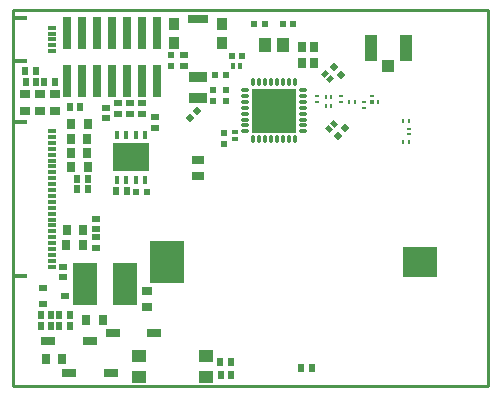
<source format=gtp>
G04*
G04 #@! TF.GenerationSoftware,Altium Limited,Altium Designer,23.6.0 (18)*
G04*
G04 Layer_Color=8421504*
%FSLAX43Y43*%
%MOMM*%
G71*
G04*
G04 #@! TF.SameCoordinates,1F856303-4855-4FAD-9779-59D88F79B900*
G04*
G04*
G04 #@! TF.FilePolarity,Positive*
G04*
G01*
G75*
%ADD10C,0.254*%
%ADD11R,2.000X3.600*%
%ADD12R,1.700X0.800*%
%ADD13R,0.900X1.000*%
%ADD14R,1.150X0.800*%
%ADD15R,0.300X0.280*%
%ADD16R,0.280X0.300*%
%ADD17R,0.300X0.300*%
%ADD18R,1.000X0.640*%
%ADD19R,0.510X0.700*%
%ADD20R,0.650X0.560*%
%ADD21R,1.550X0.850*%
%ADD22O,0.750X0.300*%
%ADD23O,0.300X0.750*%
%ADD24R,3.700X3.700*%
%ADD25R,0.305X0.660*%
%ADD26R,3.099X2.388*%
%ADD27R,0.750X0.850*%
%ADD28R,1.000X1.250*%
%ADD29R,0.740X2.790*%
%ADD30R,1.000X1.000*%
%ADD31R,1.100X2.200*%
%ADD32R,0.700X0.300*%
%ADD33R,1.000X0.300*%
%ADD34R,0.890X0.640*%
%ADD35R,0.560X0.510*%
%ADD36R,0.400X0.500*%
%ADD37R,3.000X3.600*%
%ADD38R,3.000X2.600*%
%ADD39R,1.200X1.000*%
%ADD40R,0.640X0.890*%
%ADD41R,0.510X0.560*%
%ADD42R,0.700X0.510*%
G04:AMPARAMS|DCode=43|XSize=0.56mm|YSize=0.51mm|CornerRadius=0mm|HoleSize=0mm|Usage=FLASHONLY|Rotation=135.000|XOffset=0mm|YOffset=0mm|HoleType=Round|Shape=Rectangle|*
%AMROTATEDRECTD43*
4,1,4,0.378,-0.018,0.018,-0.378,-0.378,0.018,-0.018,0.378,0.378,-0.018,0.0*
%
%ADD43ROTATEDRECTD43*%

G04:AMPARAMS|DCode=44|XSize=0.4mm|YSize=0.5mm|CornerRadius=0mm|HoleSize=0mm|Usage=FLASHONLY|Rotation=225.000|XOffset=0mm|YOffset=0mm|HoleType=Round|Shape=Rectangle|*
%AMROTATEDRECTD44*
4,1,4,-0.035,0.318,0.318,-0.035,0.035,-0.318,-0.318,0.035,-0.035,0.318,0.0*
%
%ADD44ROTATEDRECTD44*%

%ADD45R,0.500X0.400*%
G04:AMPARAMS|DCode=46|XSize=0.4mm|YSize=0.5mm|CornerRadius=0mm|HoleSize=0mm|Usage=FLASHONLY|Rotation=135.000|XOffset=0mm|YOffset=0mm|HoleType=Round|Shape=Rectangle|*
%AMROTATEDRECTD46*
4,1,4,0.318,0.035,-0.035,-0.318,-0.318,-0.035,0.035,0.318,0.318,0.035,0.0*
%
%ADD46ROTATEDRECTD46*%

G04:AMPARAMS|DCode=47|XSize=0.56mm|YSize=0.51mm|CornerRadius=0mm|HoleSize=0mm|Usage=FLASHONLY|Rotation=225.000|XOffset=0mm|YOffset=0mm|HoleType=Round|Shape=Rectangle|*
%AMROTATEDRECTD47*
4,1,4,0.018,0.378,0.378,0.018,-0.018,-0.378,-0.378,-0.018,0.018,0.378,0.0*
%
%ADD47ROTATEDRECTD47*%

G36*
X9860Y18261D02*
Y20449D01*
X8511D01*
Y18261D01*
X9860D01*
D02*
G37*
G36*
X11409D02*
Y20449D01*
X10060D01*
Y18261D01*
X11409D01*
D02*
G37*
D10*
X-0Y-4D02*
X40150D01*
X-0Y31796D02*
X40150D01*
Y-4D02*
Y31796D01*
X-0Y-4D02*
Y31796D01*
D11*
X9447Y8636D02*
D03*
X6047D02*
D03*
D12*
X15621Y31045D02*
D03*
D13*
X17671Y29045D02*
D03*
X13571D02*
D03*
Y30645D02*
D03*
X17671D02*
D03*
D14*
X6449Y3791D02*
D03*
X2949D02*
D03*
X8227Y1124D02*
D03*
X4727D02*
D03*
X11910Y4445D02*
D03*
X8410D02*
D03*
D15*
X30361Y24526D02*
D03*
X33520Y21776D02*
D03*
Y21306D02*
D03*
X29668Y23562D02*
D03*
Y24032D02*
D03*
X27699Y24085D02*
D03*
Y24555D02*
D03*
X25691Y24085D02*
D03*
Y24555D02*
D03*
D16*
X30830Y24056D02*
D03*
X26922Y24429D02*
D03*
X26452D02*
D03*
X33488Y22402D02*
D03*
X33018D02*
D03*
X33488Y20679D02*
D03*
X33018D02*
D03*
X26453Y23705D02*
D03*
X26923D02*
D03*
X28921Y24058D02*
D03*
X28451D02*
D03*
D17*
X30361Y24056D02*
D03*
D18*
X15600Y19150D02*
D03*
Y17750D02*
D03*
D19*
X1950Y25750D02*
D03*
X1050D02*
D03*
X3886Y5117D02*
D03*
X4786D02*
D03*
X17545Y927D02*
D03*
X18445D02*
D03*
X24350Y1550D02*
D03*
X25250D02*
D03*
X1900Y26700D02*
D03*
X1000D02*
D03*
X4776Y23620D02*
D03*
X5676D02*
D03*
X6292Y16637D02*
D03*
X5392D02*
D03*
X6292Y17526D02*
D03*
X5392D02*
D03*
X9608Y16499D02*
D03*
X8708D02*
D03*
X18379Y2032D02*
D03*
X17479D02*
D03*
X3200Y5100D02*
D03*
X2300D02*
D03*
X3200Y6000D02*
D03*
X2300D02*
D03*
X3891Y5983D02*
D03*
X4791D02*
D03*
X3521Y25735D02*
D03*
X2621D02*
D03*
D20*
X2536Y8264D02*
D03*
X4336Y7614D02*
D03*
X2536Y6964D02*
D03*
D21*
X15621Y26148D02*
D03*
X15621Y24398D02*
D03*
D22*
X24483Y23556D02*
D03*
X24483Y24556D02*
D03*
X19633Y21556D02*
D03*
X19633Y22056D02*
D03*
X19633Y22556D02*
D03*
X19633Y23056D02*
D03*
X19633Y23556D02*
D03*
X19633Y24056D02*
D03*
X19633Y24556D02*
D03*
X19633Y25056D02*
D03*
X24483Y25056D02*
D03*
Y24056D02*
D03*
X24483Y23056D02*
D03*
X24483Y22556D02*
D03*
X24483Y22056D02*
D03*
X24483Y21556D02*
D03*
D23*
X20308Y25731D02*
D03*
X20808Y20881D02*
D03*
X20808Y25731D02*
D03*
X21308D02*
D03*
X21808Y25731D02*
D03*
X22308Y25731D02*
D03*
X22808Y25731D02*
D03*
X23308Y25731D02*
D03*
X23808Y25731D02*
D03*
Y20881D02*
D03*
X23308Y20881D02*
D03*
X22808Y20881D02*
D03*
X22308D02*
D03*
X21808D02*
D03*
X21308D02*
D03*
X20308Y20881D02*
D03*
D24*
X22058Y23306D02*
D03*
D25*
X11160Y17437D02*
D03*
X10360D02*
D03*
X9560Y21272D02*
D03*
X11160D02*
D03*
X10360D02*
D03*
X8760D02*
D03*
Y17437D02*
D03*
X9560D02*
D03*
D26*
X9960Y19355D02*
D03*
D27*
X25487Y28659D02*
D03*
X25487Y27309D02*
D03*
X24437Y27309D02*
D03*
Y28659D02*
D03*
D28*
X22836Y28829D02*
D03*
X21336Y28829D02*
D03*
D29*
X10922Y29845D02*
D03*
X4572D02*
D03*
X5842D02*
D03*
X7112D02*
D03*
Y25781D02*
D03*
X5842D02*
D03*
X4572D02*
D03*
X8382D02*
D03*
X9652D02*
D03*
X10922D02*
D03*
X12192D02*
D03*
Y29845D02*
D03*
X9652D02*
D03*
X8382D02*
D03*
D30*
X31750Y27075D02*
D03*
D31*
X30250Y28575D02*
D03*
X33250D02*
D03*
D32*
X3262Y21590D02*
D03*
Y21090D02*
D03*
Y20590D02*
D03*
Y20090D02*
D03*
Y19590D02*
D03*
Y19090D02*
D03*
Y18590D02*
D03*
Y18090D02*
D03*
Y17590D02*
D03*
Y17090D02*
D03*
Y16590D02*
D03*
Y16090D02*
D03*
Y15590D02*
D03*
Y15090D02*
D03*
Y14590D02*
D03*
Y14090D02*
D03*
Y13590D02*
D03*
Y13090D02*
D03*
Y12590D02*
D03*
Y12090D02*
D03*
Y11590D02*
D03*
Y11090D02*
D03*
Y10590D02*
D03*
Y10090D02*
D03*
X3278Y28337D02*
D03*
Y28837D02*
D03*
Y29337D02*
D03*
Y29837D02*
D03*
Y30337D02*
D03*
D33*
X612Y22380D02*
D03*
Y9300D02*
D03*
X628Y27547D02*
D03*
Y31127D02*
D03*
D34*
X2250Y24700D02*
D03*
Y23300D02*
D03*
X1000D02*
D03*
Y24700D02*
D03*
X11303Y6666D02*
D03*
Y8066D02*
D03*
X3522Y23300D02*
D03*
Y24700D02*
D03*
D35*
X13335Y28009D02*
D03*
Y27109D02*
D03*
X17830Y20478D02*
D03*
X17830Y21378D02*
D03*
X18030Y25056D02*
D03*
Y24156D02*
D03*
X16930Y25056D02*
D03*
Y24156D02*
D03*
D36*
X19223Y27051D02*
D03*
X18623D02*
D03*
D37*
X13009Y10479D02*
D03*
D38*
X34409D02*
D03*
D39*
X10662Y801D02*
D03*
Y2501D02*
D03*
X16262Y801D02*
D03*
Y2501D02*
D03*
D40*
X7558Y5588D02*
D03*
X6158D02*
D03*
X5892Y11958D02*
D03*
X4492D02*
D03*
X5907Y13208D02*
D03*
X4507D02*
D03*
X2729Y2267D02*
D03*
X4129D02*
D03*
X6288Y18542D02*
D03*
X4888D02*
D03*
X6245Y19746D02*
D03*
X4845D02*
D03*
X6251Y20951D02*
D03*
X4851D02*
D03*
X6302Y22166D02*
D03*
X4902D02*
D03*
D41*
X10399Y16434D02*
D03*
X11299D02*
D03*
X17076Y26289D02*
D03*
X17976D02*
D03*
X18473Y27940D02*
D03*
X19373Y27940D02*
D03*
X23691Y30607D02*
D03*
X22791D02*
D03*
X21278Y30607D02*
D03*
X20378Y30607D02*
D03*
D42*
X7000Y12600D02*
D03*
Y11700D02*
D03*
X4191Y9202D02*
D03*
Y10102D02*
D03*
X14478Y28009D02*
D03*
Y27109D02*
D03*
X11947Y21870D02*
D03*
Y22770D02*
D03*
X10922Y23945D02*
D03*
Y23045D02*
D03*
X9906Y23945D02*
D03*
Y23045D02*
D03*
X8890Y23945D02*
D03*
Y23045D02*
D03*
X7802Y23554D02*
D03*
Y22654D02*
D03*
X6994Y14175D02*
D03*
Y13275D02*
D03*
D43*
X14922Y22669D02*
D03*
X15558Y23305D02*
D03*
X28098Y21824D02*
D03*
X27462Y21188D02*
D03*
D44*
X27168Y22162D02*
D03*
X26744Y21738D02*
D03*
D45*
X18718Y20931D02*
D03*
Y21531D02*
D03*
D46*
X26842Y25994D02*
D03*
X26418Y26418D02*
D03*
D47*
X27760Y26338D02*
D03*
X27123Y26974D02*
D03*
M02*

</source>
